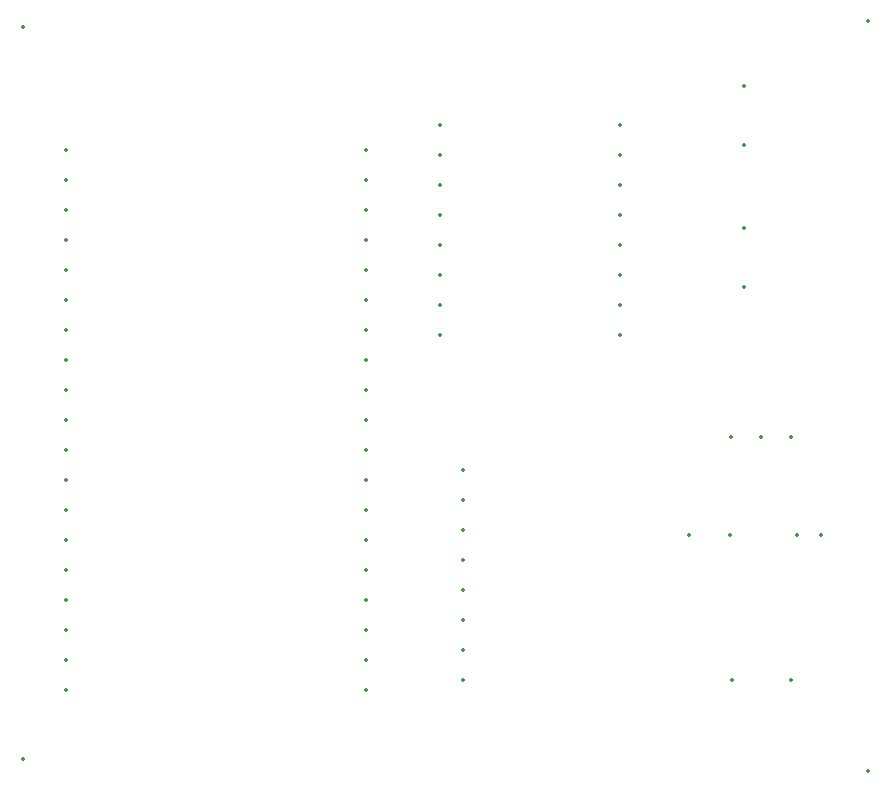
<source format=gbo>
%TF.GenerationSoftware,KiCad,Pcbnew,8.0.1*%
%TF.CreationDate,2024-04-26T22:18:18+02:00*%
%TF.ProjectId,Practica1,50726163-7469-4636-9131-2e6b69636164,rev?*%
%TF.SameCoordinates,Original*%
%TF.FileFunction,Legend,Bot*%
%TF.FilePolarity,Positive*%
%FSLAX46Y46*%
G04 Gerber Fmt 4.6, Leading zero omitted, Abs format (unit mm)*
G04 Created by KiCad (PCBNEW 8.0.1) date 2024-04-26 22:18:18*
%MOMM*%
%LPD*%
G01*
G04 APERTURE LIST*
%ADD10C,0.350000*%
G04 APERTURE END LIST*
D10*
X127044900Y-96500000D03*
X129044900Y-96500000D03*
X122500000Y-75500000D03*
X122500000Y-70500000D03*
X96760000Y-61840000D03*
X96760000Y-64380000D03*
X96760000Y-66920000D03*
X96760000Y-69460000D03*
X96760000Y-72000000D03*
X96760000Y-74540000D03*
X96760000Y-77080000D03*
X96760000Y-79620000D03*
X112000000Y-79620000D03*
X112000000Y-77080000D03*
X112000000Y-74540000D03*
X112000000Y-72000000D03*
X112000000Y-69460000D03*
X112000000Y-66920000D03*
X112000000Y-64380000D03*
X112000000Y-61840000D03*
X121500000Y-108805000D03*
X126500000Y-108805000D03*
X65100000Y-63880000D03*
X65100000Y-66420000D03*
X65100000Y-68960000D03*
X65100000Y-71500000D03*
X65100000Y-74040000D03*
X65100000Y-76580000D03*
X65100000Y-79120000D03*
X65100000Y-81660000D03*
X65100000Y-84200000D03*
X65100000Y-86740000D03*
X65100000Y-89280000D03*
X65100000Y-91820000D03*
X65100000Y-94360000D03*
X65100000Y-96900000D03*
X65100000Y-99440000D03*
X65100000Y-101980000D03*
X65100000Y-104520000D03*
X65100000Y-107060000D03*
X65100000Y-109600000D03*
X90500000Y-109600000D03*
X90500000Y-107060000D03*
X90500000Y-104520000D03*
X90500000Y-101980000D03*
X90500000Y-99440000D03*
X90500000Y-96900000D03*
X90500000Y-94360000D03*
X90500000Y-91820000D03*
X90500000Y-89280000D03*
X90500000Y-86740000D03*
X90500000Y-84200000D03*
X90500000Y-81660000D03*
X90500000Y-79120000D03*
X90500000Y-76580000D03*
X90500000Y-74040000D03*
X90500000Y-71500000D03*
X90500000Y-68960000D03*
X90500000Y-66420000D03*
X90500000Y-63880000D03*
X133000000Y-53000000D03*
X98713500Y-91000000D03*
X98713500Y-93540000D03*
X98713500Y-96080000D03*
X98713500Y-98620000D03*
X98713500Y-101160000D03*
X98713500Y-103700000D03*
X98713500Y-106240000D03*
X98713500Y-108780000D03*
X121420000Y-88195000D03*
X123960000Y-88195000D03*
X126500000Y-88195000D03*
X61500000Y-115500000D03*
X133000000Y-116500000D03*
X117847300Y-96500000D03*
X121347300Y-96500000D03*
X61500000Y-53500000D03*
X122500000Y-63500000D03*
X122500000Y-58500000D03*
M02*

</source>
